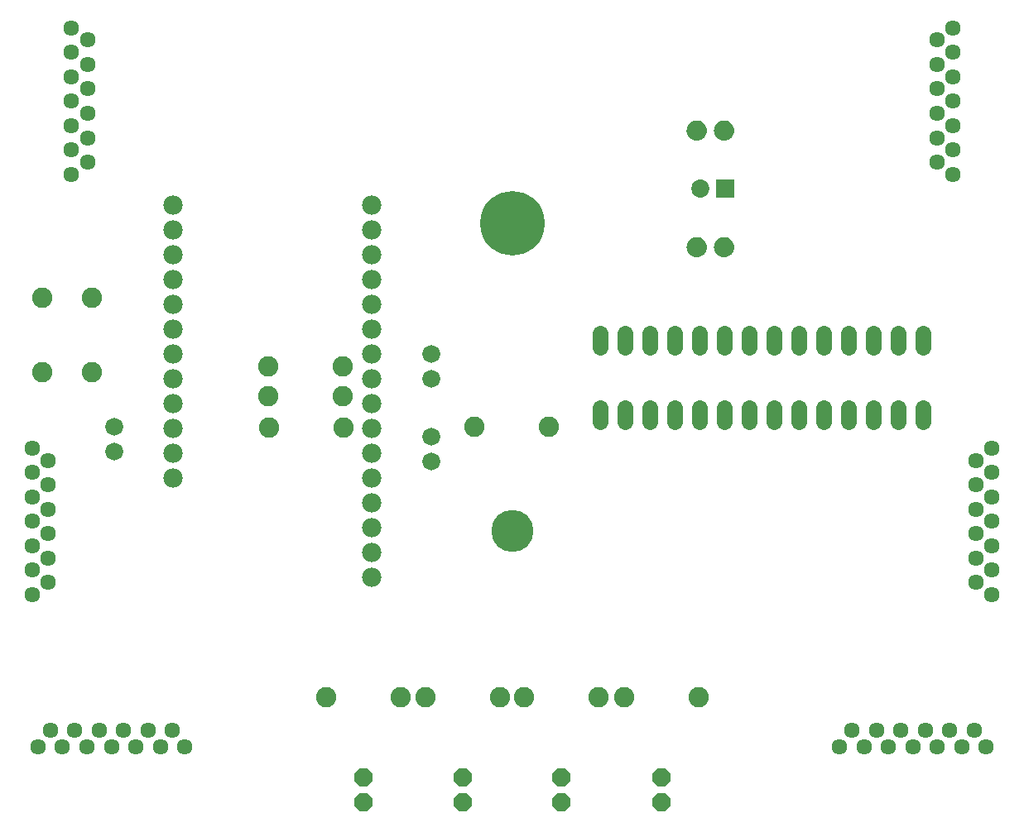
<source format=gbs>
G75*
%MOIN*%
%OFA0B0*%
%FSLAX25Y25*%
%IPPOS*%
%LPD*%
%AMOC8*
5,1,8,0,0,1.08239X$1,22.5*
%
%ADD10C,0.25997*%
%ADD11C,0.16942*%
%ADD12C,0.07800*%
%ADD13C,0.06350*%
%ADD14C,0.08200*%
%ADD15C,0.07200*%
%ADD16C,0.00500*%
%ADD17R,0.07300X0.07300*%
%ADD18C,0.07300*%
%ADD19OC8,0.07400*%
%ADD20C,0.06400*%
D10*
X0241757Y0256435D03*
D11*
X0241757Y0132419D03*
D12*
X0185301Y0133600D03*
X0185301Y0123600D03*
X0185301Y0113600D03*
X0185301Y0143600D03*
X0185301Y0153600D03*
X0185301Y0163600D03*
X0185301Y0173600D03*
X0185301Y0183600D03*
X0185301Y0193600D03*
X0185301Y0203600D03*
X0185301Y0213600D03*
X0185301Y0223600D03*
X0185301Y0233600D03*
X0185301Y0243600D03*
X0185301Y0253600D03*
X0185301Y0263600D03*
X0105301Y0263600D03*
X0105301Y0253600D03*
X0105301Y0243600D03*
X0105301Y0233600D03*
X0105301Y0223600D03*
X0105301Y0213600D03*
X0105301Y0203600D03*
X0105301Y0193600D03*
X0105301Y0183600D03*
X0105301Y0173600D03*
X0105301Y0163600D03*
X0105301Y0153600D03*
D13*
X0050852Y0045490D03*
X0055773Y0051986D03*
X0060694Y0045490D03*
X0065616Y0051986D03*
X0070537Y0045490D03*
X0075458Y0051986D03*
X0080380Y0045490D03*
X0085301Y0051986D03*
X0090222Y0045490D03*
X0095143Y0051986D03*
X0100065Y0045490D03*
X0104986Y0051986D03*
X0109907Y0045490D03*
X0048529Y0106789D03*
X0055025Y0111711D03*
X0048529Y0116632D03*
X0055025Y0121553D03*
X0048529Y0126475D03*
X0055025Y0131396D03*
X0048529Y0136317D03*
X0055025Y0141238D03*
X0048529Y0146160D03*
X0055025Y0151081D03*
X0048529Y0156002D03*
X0055025Y0160923D03*
X0048529Y0165845D03*
X0064277Y0276160D03*
X0070773Y0281081D03*
X0064277Y0286002D03*
X0070773Y0290923D03*
X0064277Y0295845D03*
X0070773Y0300766D03*
X0064277Y0305687D03*
X0070773Y0310608D03*
X0064277Y0315530D03*
X0070773Y0320451D03*
X0064277Y0325372D03*
X0070773Y0330293D03*
X0064277Y0335215D03*
X0412742Y0330293D03*
X0419238Y0335215D03*
X0419238Y0325372D03*
X0412742Y0320451D03*
X0419238Y0315530D03*
X0412742Y0310608D03*
X0419238Y0305687D03*
X0412742Y0300766D03*
X0419238Y0295845D03*
X0412742Y0290923D03*
X0419238Y0286002D03*
X0412742Y0281081D03*
X0419238Y0276160D03*
X0434986Y0165845D03*
X0428490Y0160923D03*
X0434986Y0156002D03*
X0428490Y0151081D03*
X0434986Y0146160D03*
X0428490Y0141238D03*
X0434986Y0136317D03*
X0428490Y0131396D03*
X0434986Y0126475D03*
X0428490Y0121553D03*
X0434986Y0116632D03*
X0428490Y0111711D03*
X0434986Y0106789D03*
X0427742Y0051986D03*
X0432663Y0045490D03*
X0422820Y0045490D03*
X0417899Y0051986D03*
X0412978Y0045490D03*
X0408057Y0051986D03*
X0403135Y0045490D03*
X0398214Y0051986D03*
X0393293Y0045490D03*
X0388372Y0051986D03*
X0383450Y0045490D03*
X0378529Y0051986D03*
X0373608Y0045490D03*
D14*
X0316797Y0065490D03*
X0286797Y0065490D03*
X0276639Y0065490D03*
X0246639Y0065490D03*
X0236876Y0065490D03*
X0206876Y0065490D03*
X0196718Y0065490D03*
X0166718Y0065490D03*
X0173800Y0174209D03*
X0173600Y0186909D03*
X0173600Y0198609D03*
X0143600Y0198609D03*
X0143600Y0186909D03*
X0143800Y0174209D03*
X0072600Y0196309D03*
X0052600Y0196309D03*
X0052600Y0226309D03*
X0072600Y0226309D03*
X0226600Y0174309D03*
X0256600Y0174309D03*
D15*
X0209200Y0170509D03*
X0209200Y0160509D03*
X0209200Y0193609D03*
X0209200Y0203609D03*
X0081600Y0174309D03*
X0081600Y0164309D03*
D16*
X0312622Y0245323D02*
X0312401Y0246016D01*
X0312320Y0246739D01*
X0312370Y0247399D01*
X0312534Y0248040D01*
X0312806Y0248643D01*
X0313179Y0249189D01*
X0313641Y0249662D01*
X0314179Y0250048D01*
X0314775Y0250335D01*
X0315412Y0250514D01*
X0316070Y0250579D01*
X0316728Y0250512D01*
X0317365Y0250331D01*
X0317960Y0250043D01*
X0318497Y0249656D01*
X0318958Y0249181D01*
X0319329Y0248634D01*
X0319600Y0248030D01*
X0319762Y0247389D01*
X0319810Y0246729D01*
X0319732Y0246010D01*
X0319514Y0245320D01*
X0319166Y0244685D01*
X0318701Y0244131D01*
X0318137Y0243678D01*
X0317495Y0243344D01*
X0316801Y0243142D01*
X0316080Y0243079D01*
X0315355Y0243140D01*
X0314656Y0243342D01*
X0314010Y0243677D01*
X0313442Y0244130D01*
X0312973Y0244686D01*
X0312622Y0245323D01*
X0312734Y0245120D02*
X0319405Y0245120D01*
X0319608Y0245618D02*
X0312528Y0245618D01*
X0312390Y0246117D02*
X0319743Y0246117D01*
X0319798Y0246615D02*
X0312334Y0246615D01*
X0312349Y0247114D02*
X0319782Y0247114D01*
X0319706Y0247612D02*
X0312425Y0247612D01*
X0312566Y0248111D02*
X0319564Y0248111D01*
X0319340Y0248609D02*
X0312791Y0248609D01*
X0313124Y0249108D02*
X0319007Y0249108D01*
X0318545Y0249606D02*
X0313587Y0249606D01*
X0314297Y0250105D02*
X0317833Y0250105D01*
X0319113Y0244621D02*
X0313028Y0244621D01*
X0313452Y0244123D02*
X0318691Y0244123D01*
X0318034Y0243624D02*
X0314111Y0243624D01*
X0315527Y0243126D02*
X0316618Y0243126D01*
X0323642Y0245323D02*
X0323422Y0246016D01*
X0323341Y0246739D01*
X0323390Y0247399D01*
X0323554Y0248040D01*
X0323826Y0248643D01*
X0324199Y0249189D01*
X0324661Y0249662D01*
X0325199Y0250048D01*
X0325795Y0250335D01*
X0326432Y0250514D01*
X0327090Y0250579D01*
X0327748Y0250512D01*
X0328385Y0250331D01*
X0328980Y0250043D01*
X0329517Y0249656D01*
X0329978Y0249181D01*
X0330349Y0248634D01*
X0330620Y0248030D01*
X0330782Y0247389D01*
X0330830Y0246729D01*
X0330752Y0246010D01*
X0330534Y0245320D01*
X0330186Y0244685D01*
X0329721Y0244131D01*
X0329157Y0243678D01*
X0328515Y0243344D01*
X0327821Y0243142D01*
X0327100Y0243079D01*
X0326375Y0243140D01*
X0325677Y0243342D01*
X0325031Y0243677D01*
X0324462Y0244130D01*
X0323993Y0244686D01*
X0323642Y0245323D01*
X0323754Y0245120D02*
X0330425Y0245120D01*
X0330628Y0245618D02*
X0323548Y0245618D01*
X0323410Y0246117D02*
X0330763Y0246117D01*
X0330818Y0246615D02*
X0323354Y0246615D01*
X0323369Y0247114D02*
X0330802Y0247114D01*
X0330726Y0247612D02*
X0323445Y0247612D01*
X0323586Y0248111D02*
X0330584Y0248111D01*
X0330360Y0248609D02*
X0323811Y0248609D01*
X0324144Y0249108D02*
X0330028Y0249108D01*
X0329565Y0249606D02*
X0324607Y0249606D01*
X0325317Y0250105D02*
X0328853Y0250105D01*
X0330133Y0244621D02*
X0324048Y0244621D01*
X0324472Y0244123D02*
X0329711Y0244123D01*
X0329054Y0243624D02*
X0325131Y0243624D01*
X0326547Y0243126D02*
X0327638Y0243126D01*
X0327100Y0290079D02*
X0327821Y0290142D01*
X0328515Y0290344D01*
X0329157Y0290678D01*
X0329721Y0291131D01*
X0330186Y0291685D01*
X0330534Y0292320D01*
X0330752Y0293010D01*
X0330830Y0293729D01*
X0330782Y0294389D01*
X0330620Y0295030D01*
X0330349Y0295634D01*
X0329978Y0296181D01*
X0329517Y0296656D01*
X0328980Y0297043D01*
X0328385Y0297331D01*
X0327748Y0297512D01*
X0327090Y0297579D01*
X0326432Y0297514D01*
X0325795Y0297335D01*
X0325199Y0297048D01*
X0324661Y0296662D01*
X0324199Y0296189D01*
X0323826Y0295643D01*
X0323554Y0295040D01*
X0323390Y0294399D01*
X0323341Y0293739D01*
X0323422Y0293016D01*
X0323642Y0292323D01*
X0323993Y0291686D01*
X0324462Y0291130D01*
X0325031Y0290677D01*
X0325677Y0290342D01*
X0326375Y0290140D01*
X0327100Y0290079D01*
X0328785Y0290484D02*
X0325402Y0290484D01*
X0324647Y0290983D02*
X0329537Y0290983D01*
X0330015Y0291481D02*
X0324166Y0291481D01*
X0323831Y0291980D02*
X0330348Y0291980D01*
X0330584Y0292478D02*
X0323593Y0292478D01*
X0323434Y0292977D02*
X0330741Y0292977D01*
X0330803Y0293475D02*
X0323370Y0293475D01*
X0323358Y0293974D02*
X0330812Y0293974D01*
X0330761Y0294473D02*
X0323409Y0294473D01*
X0323536Y0294971D02*
X0330635Y0294971D01*
X0330423Y0295470D02*
X0323748Y0295470D01*
X0324048Y0295968D02*
X0330123Y0295968D01*
X0329701Y0296467D02*
X0324470Y0296467D01*
X0325083Y0296965D02*
X0329089Y0296965D01*
X0327919Y0297464D02*
X0326253Y0297464D01*
X0319600Y0295030D02*
X0319762Y0294389D01*
X0319810Y0293729D01*
X0319732Y0293010D01*
X0319514Y0292320D01*
X0319166Y0291685D01*
X0318701Y0291131D01*
X0318137Y0290678D01*
X0317495Y0290344D01*
X0316801Y0290142D01*
X0316080Y0290079D01*
X0315355Y0290140D01*
X0314656Y0290342D01*
X0314010Y0290677D01*
X0313442Y0291130D01*
X0312973Y0291686D01*
X0312622Y0292323D01*
X0312401Y0293016D01*
X0312320Y0293739D01*
X0312370Y0294399D01*
X0312534Y0295040D01*
X0312806Y0295643D01*
X0313179Y0296189D01*
X0313641Y0296662D01*
X0314179Y0297048D01*
X0314775Y0297335D01*
X0315412Y0297514D01*
X0316070Y0297579D01*
X0316728Y0297512D01*
X0317365Y0297331D01*
X0317960Y0297043D01*
X0318497Y0296656D01*
X0318958Y0296181D01*
X0319329Y0295634D01*
X0319600Y0295030D01*
X0319615Y0294971D02*
X0312516Y0294971D01*
X0312389Y0294473D02*
X0319741Y0294473D01*
X0319792Y0293974D02*
X0312338Y0293974D01*
X0312350Y0293475D02*
X0319783Y0293475D01*
X0319721Y0292977D02*
X0312414Y0292977D01*
X0312572Y0292478D02*
X0319564Y0292478D01*
X0319328Y0291980D02*
X0312811Y0291980D01*
X0313146Y0291481D02*
X0318995Y0291481D01*
X0318517Y0290983D02*
X0313627Y0290983D01*
X0314382Y0290484D02*
X0317765Y0290484D01*
X0319403Y0295470D02*
X0312728Y0295470D01*
X0313028Y0295968D02*
X0319102Y0295968D01*
X0318681Y0296467D02*
X0313450Y0296467D01*
X0314063Y0296965D02*
X0318069Y0296965D01*
X0316899Y0297464D02*
X0315233Y0297464D01*
D17*
X0327421Y0270309D03*
D18*
X0317579Y0270309D03*
D19*
X0301797Y0033089D03*
X0301797Y0023089D03*
X0261639Y0023089D03*
X0261639Y0033089D03*
X0221876Y0033089D03*
X0221876Y0023089D03*
X0181718Y0023089D03*
X0181718Y0033089D03*
D20*
X0277151Y0176509D02*
X0277151Y0182109D01*
X0287151Y0182109D02*
X0287151Y0176509D01*
X0297151Y0176509D02*
X0297151Y0182109D01*
X0307151Y0182109D02*
X0307151Y0176509D01*
X0317151Y0176509D02*
X0317151Y0182109D01*
X0327151Y0182109D02*
X0327151Y0176509D01*
X0337151Y0176509D02*
X0337151Y0182109D01*
X0347151Y0182109D02*
X0347151Y0176509D01*
X0357151Y0176509D02*
X0357151Y0182109D01*
X0367151Y0182109D02*
X0367151Y0176509D01*
X0377151Y0176509D02*
X0377151Y0182109D01*
X0387151Y0182109D02*
X0387151Y0176509D01*
X0397151Y0176509D02*
X0397151Y0182109D01*
X0407151Y0182109D02*
X0407151Y0176509D01*
X0407151Y0206509D02*
X0407151Y0212109D01*
X0397151Y0212109D02*
X0397151Y0206509D01*
X0387151Y0206509D02*
X0387151Y0212109D01*
X0377151Y0212109D02*
X0377151Y0206509D01*
X0367151Y0206509D02*
X0367151Y0212109D01*
X0357151Y0212109D02*
X0357151Y0206509D01*
X0347151Y0206509D02*
X0347151Y0212109D01*
X0337151Y0212109D02*
X0337151Y0206509D01*
X0327151Y0206509D02*
X0327151Y0212109D01*
X0317151Y0212109D02*
X0317151Y0206509D01*
X0307151Y0206509D02*
X0307151Y0212109D01*
X0297151Y0212109D02*
X0297151Y0206509D01*
X0287151Y0206509D02*
X0287151Y0212109D01*
X0277151Y0212109D02*
X0277151Y0206509D01*
M02*

</source>
